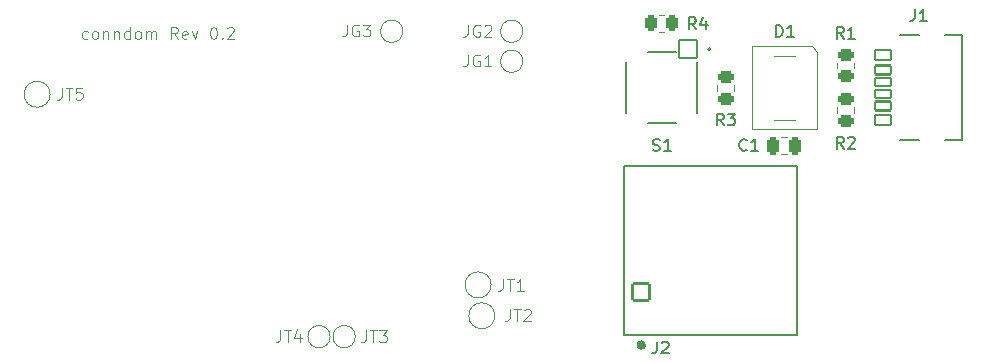
<source format=gto>
G04 #@! TF.GenerationSoftware,KiCad,Pcbnew,9.0.2*
G04 #@! TF.CreationDate,2025-06-21T10:43:41+02:00*
G04 #@! TF.ProjectId,conndom,636f6e6e-646f-46d2-9e6b-696361645f70,0.2*
G04 #@! TF.SameCoordinates,Original*
G04 #@! TF.FileFunction,Legend,Top*
G04 #@! TF.FilePolarity,Positive*
%FSLAX46Y46*%
G04 Gerber Fmt 4.6, Leading zero omitted, Abs format (unit mm)*
G04 Created by KiCad (PCBNEW 9.0.2) date 2025-06-21 10:43:41*
%MOMM*%
%LPD*%
G01*
G04 APERTURE LIST*
G04 Aperture macros list*
%AMRoundRect*
0 Rectangle with rounded corners*
0 $1 Rounding radius*
0 $2 $3 $4 $5 $6 $7 $8 $9 X,Y pos of 4 corners*
0 Add a 4 corners polygon primitive as box body*
4,1,4,$2,$3,$4,$5,$6,$7,$8,$9,$2,$3,0*
0 Add four circle primitives for the rounded corners*
1,1,$1+$1,$2,$3*
1,1,$1+$1,$4,$5*
1,1,$1+$1,$6,$7*
1,1,$1+$1,$8,$9*
0 Add four rect primitives between the rounded corners*
20,1,$1+$1,$2,$3,$4,$5,0*
20,1,$1+$1,$4,$5,$6,$7,0*
20,1,$1+$1,$6,$7,$8,$9,0*
20,1,$1+$1,$8,$9,$2,$3,0*%
G04 Aperture macros list end*
%ADD10C,0.100000*%
%ADD11C,0.150000*%
%ADD12C,0.120000*%
%ADD13C,0.127000*%
%ADD14C,0.400000*%
%ADD15C,0.200000*%
%ADD16RoundRect,0.250000X0.450000X-0.262500X0.450000X0.262500X-0.450000X0.262500X-0.450000X-0.262500X0*%
%ADD17RoundRect,0.250000X0.262500X0.450000X-0.262500X0.450000X-0.262500X-0.450000X0.262500X-0.450000X0*%
%ADD18RoundRect,0.102000X0.704000X-0.704000X0.704000X0.704000X-0.704000X0.704000X-0.704000X-0.704000X0*%
%ADD19C,1.612000*%
%ADD20C,3.520000*%
%ADD21C,1.700000*%
%ADD22C,2.000000*%
%ADD23RoundRect,0.102000X0.700000X-0.350000X0.700000X0.350000X-0.700000X0.350000X-0.700000X-0.350000X0*%
%ADD24RoundRect,0.102000X0.700000X-0.380000X0.700000X0.380000X-0.700000X0.380000X-0.700000X-0.380000X0*%
%ADD25RoundRect,0.102000X0.700000X-0.400000X0.700000X0.400000X-0.700000X0.400000X-0.700000X-0.400000X0*%
%ADD26O,1.804000X1.204000*%
%ADD27RoundRect,0.250000X0.250000X0.475000X-0.250000X0.475000X-0.250000X-0.475000X0.250000X-0.475000X0*%
%ADD28RoundRect,0.250000X-0.450000X0.262500X-0.450000X-0.262500X0.450000X-0.262500X0.450000X0.262500X0*%
%ADD29RoundRect,0.102000X-0.754000X0.754000X-0.754000X-0.754000X0.754000X-0.754000X0.754000X0.754000X0*%
%ADD30C,1.712000*%
%ADD31R,1.000000X1.500000*%
G04 APERTURE END LIST*
D10*
X112732455Y-82824800D02*
X112637217Y-82872419D01*
X112637217Y-82872419D02*
X112446741Y-82872419D01*
X112446741Y-82872419D02*
X112351503Y-82824800D01*
X112351503Y-82824800D02*
X112303884Y-82777180D01*
X112303884Y-82777180D02*
X112256265Y-82681942D01*
X112256265Y-82681942D02*
X112256265Y-82396228D01*
X112256265Y-82396228D02*
X112303884Y-82300990D01*
X112303884Y-82300990D02*
X112351503Y-82253371D01*
X112351503Y-82253371D02*
X112446741Y-82205752D01*
X112446741Y-82205752D02*
X112637217Y-82205752D01*
X112637217Y-82205752D02*
X112732455Y-82253371D01*
X113303884Y-82872419D02*
X113208646Y-82824800D01*
X113208646Y-82824800D02*
X113161027Y-82777180D01*
X113161027Y-82777180D02*
X113113408Y-82681942D01*
X113113408Y-82681942D02*
X113113408Y-82396228D01*
X113113408Y-82396228D02*
X113161027Y-82300990D01*
X113161027Y-82300990D02*
X113208646Y-82253371D01*
X113208646Y-82253371D02*
X113303884Y-82205752D01*
X113303884Y-82205752D02*
X113446741Y-82205752D01*
X113446741Y-82205752D02*
X113541979Y-82253371D01*
X113541979Y-82253371D02*
X113589598Y-82300990D01*
X113589598Y-82300990D02*
X113637217Y-82396228D01*
X113637217Y-82396228D02*
X113637217Y-82681942D01*
X113637217Y-82681942D02*
X113589598Y-82777180D01*
X113589598Y-82777180D02*
X113541979Y-82824800D01*
X113541979Y-82824800D02*
X113446741Y-82872419D01*
X113446741Y-82872419D02*
X113303884Y-82872419D01*
X114065789Y-82205752D02*
X114065789Y-82872419D01*
X114065789Y-82300990D02*
X114113408Y-82253371D01*
X114113408Y-82253371D02*
X114208646Y-82205752D01*
X114208646Y-82205752D02*
X114351503Y-82205752D01*
X114351503Y-82205752D02*
X114446741Y-82253371D01*
X114446741Y-82253371D02*
X114494360Y-82348609D01*
X114494360Y-82348609D02*
X114494360Y-82872419D01*
X114970551Y-82205752D02*
X114970551Y-82872419D01*
X114970551Y-82300990D02*
X115018170Y-82253371D01*
X115018170Y-82253371D02*
X115113408Y-82205752D01*
X115113408Y-82205752D02*
X115256265Y-82205752D01*
X115256265Y-82205752D02*
X115351503Y-82253371D01*
X115351503Y-82253371D02*
X115399122Y-82348609D01*
X115399122Y-82348609D02*
X115399122Y-82872419D01*
X116303884Y-82872419D02*
X116303884Y-81872419D01*
X116303884Y-82824800D02*
X116208646Y-82872419D01*
X116208646Y-82872419D02*
X116018170Y-82872419D01*
X116018170Y-82872419D02*
X115922932Y-82824800D01*
X115922932Y-82824800D02*
X115875313Y-82777180D01*
X115875313Y-82777180D02*
X115827694Y-82681942D01*
X115827694Y-82681942D02*
X115827694Y-82396228D01*
X115827694Y-82396228D02*
X115875313Y-82300990D01*
X115875313Y-82300990D02*
X115922932Y-82253371D01*
X115922932Y-82253371D02*
X116018170Y-82205752D01*
X116018170Y-82205752D02*
X116208646Y-82205752D01*
X116208646Y-82205752D02*
X116303884Y-82253371D01*
X116922932Y-82872419D02*
X116827694Y-82824800D01*
X116827694Y-82824800D02*
X116780075Y-82777180D01*
X116780075Y-82777180D02*
X116732456Y-82681942D01*
X116732456Y-82681942D02*
X116732456Y-82396228D01*
X116732456Y-82396228D02*
X116780075Y-82300990D01*
X116780075Y-82300990D02*
X116827694Y-82253371D01*
X116827694Y-82253371D02*
X116922932Y-82205752D01*
X116922932Y-82205752D02*
X117065789Y-82205752D01*
X117065789Y-82205752D02*
X117161027Y-82253371D01*
X117161027Y-82253371D02*
X117208646Y-82300990D01*
X117208646Y-82300990D02*
X117256265Y-82396228D01*
X117256265Y-82396228D02*
X117256265Y-82681942D01*
X117256265Y-82681942D02*
X117208646Y-82777180D01*
X117208646Y-82777180D02*
X117161027Y-82824800D01*
X117161027Y-82824800D02*
X117065789Y-82872419D01*
X117065789Y-82872419D02*
X116922932Y-82872419D01*
X117684837Y-82872419D02*
X117684837Y-82205752D01*
X117684837Y-82300990D02*
X117732456Y-82253371D01*
X117732456Y-82253371D02*
X117827694Y-82205752D01*
X117827694Y-82205752D02*
X117970551Y-82205752D01*
X117970551Y-82205752D02*
X118065789Y-82253371D01*
X118065789Y-82253371D02*
X118113408Y-82348609D01*
X118113408Y-82348609D02*
X118113408Y-82872419D01*
X118113408Y-82348609D02*
X118161027Y-82253371D01*
X118161027Y-82253371D02*
X118256265Y-82205752D01*
X118256265Y-82205752D02*
X118399122Y-82205752D01*
X118399122Y-82205752D02*
X118494361Y-82253371D01*
X118494361Y-82253371D02*
X118541980Y-82348609D01*
X118541980Y-82348609D02*
X118541980Y-82872419D01*
X120351503Y-82872419D02*
X120018170Y-82396228D01*
X119780075Y-82872419D02*
X119780075Y-81872419D01*
X119780075Y-81872419D02*
X120161027Y-81872419D01*
X120161027Y-81872419D02*
X120256265Y-81920038D01*
X120256265Y-81920038D02*
X120303884Y-81967657D01*
X120303884Y-81967657D02*
X120351503Y-82062895D01*
X120351503Y-82062895D02*
X120351503Y-82205752D01*
X120351503Y-82205752D02*
X120303884Y-82300990D01*
X120303884Y-82300990D02*
X120256265Y-82348609D01*
X120256265Y-82348609D02*
X120161027Y-82396228D01*
X120161027Y-82396228D02*
X119780075Y-82396228D01*
X121161027Y-82824800D02*
X121065789Y-82872419D01*
X121065789Y-82872419D02*
X120875313Y-82872419D01*
X120875313Y-82872419D02*
X120780075Y-82824800D01*
X120780075Y-82824800D02*
X120732456Y-82729561D01*
X120732456Y-82729561D02*
X120732456Y-82348609D01*
X120732456Y-82348609D02*
X120780075Y-82253371D01*
X120780075Y-82253371D02*
X120875313Y-82205752D01*
X120875313Y-82205752D02*
X121065789Y-82205752D01*
X121065789Y-82205752D02*
X121161027Y-82253371D01*
X121161027Y-82253371D02*
X121208646Y-82348609D01*
X121208646Y-82348609D02*
X121208646Y-82443847D01*
X121208646Y-82443847D02*
X120732456Y-82539085D01*
X121541980Y-82205752D02*
X121780075Y-82872419D01*
X121780075Y-82872419D02*
X122018170Y-82205752D01*
X123351504Y-81872419D02*
X123446742Y-81872419D01*
X123446742Y-81872419D02*
X123541980Y-81920038D01*
X123541980Y-81920038D02*
X123589599Y-81967657D01*
X123589599Y-81967657D02*
X123637218Y-82062895D01*
X123637218Y-82062895D02*
X123684837Y-82253371D01*
X123684837Y-82253371D02*
X123684837Y-82491466D01*
X123684837Y-82491466D02*
X123637218Y-82681942D01*
X123637218Y-82681942D02*
X123589599Y-82777180D01*
X123589599Y-82777180D02*
X123541980Y-82824800D01*
X123541980Y-82824800D02*
X123446742Y-82872419D01*
X123446742Y-82872419D02*
X123351504Y-82872419D01*
X123351504Y-82872419D02*
X123256266Y-82824800D01*
X123256266Y-82824800D02*
X123208647Y-82777180D01*
X123208647Y-82777180D02*
X123161028Y-82681942D01*
X123161028Y-82681942D02*
X123113409Y-82491466D01*
X123113409Y-82491466D02*
X123113409Y-82253371D01*
X123113409Y-82253371D02*
X123161028Y-82062895D01*
X123161028Y-82062895D02*
X123208647Y-81967657D01*
X123208647Y-81967657D02*
X123256266Y-81920038D01*
X123256266Y-81920038D02*
X123351504Y-81872419D01*
X124113409Y-82777180D02*
X124161028Y-82824800D01*
X124161028Y-82824800D02*
X124113409Y-82872419D01*
X124113409Y-82872419D02*
X124065790Y-82824800D01*
X124065790Y-82824800D02*
X124113409Y-82777180D01*
X124113409Y-82777180D02*
X124113409Y-82872419D01*
X124541980Y-81967657D02*
X124589599Y-81920038D01*
X124589599Y-81920038D02*
X124684837Y-81872419D01*
X124684837Y-81872419D02*
X124922932Y-81872419D01*
X124922932Y-81872419D02*
X125018170Y-81920038D01*
X125018170Y-81920038D02*
X125065789Y-81967657D01*
X125065789Y-81967657D02*
X125113408Y-82062895D01*
X125113408Y-82062895D02*
X125113408Y-82158133D01*
X125113408Y-82158133D02*
X125065789Y-82300990D01*
X125065789Y-82300990D02*
X124494361Y-82872419D01*
X124494361Y-82872419D02*
X125113408Y-82872419D01*
D11*
X176733333Y-82854819D02*
X176400000Y-82378628D01*
X176161905Y-82854819D02*
X176161905Y-81854819D01*
X176161905Y-81854819D02*
X176542857Y-81854819D01*
X176542857Y-81854819D02*
X176638095Y-81902438D01*
X176638095Y-81902438D02*
X176685714Y-81950057D01*
X176685714Y-81950057D02*
X176733333Y-82045295D01*
X176733333Y-82045295D02*
X176733333Y-82188152D01*
X176733333Y-82188152D02*
X176685714Y-82283390D01*
X176685714Y-82283390D02*
X176638095Y-82331009D01*
X176638095Y-82331009D02*
X176542857Y-82378628D01*
X176542857Y-82378628D02*
X176161905Y-82378628D01*
X177685714Y-82854819D02*
X177114286Y-82854819D01*
X177400000Y-82854819D02*
X177400000Y-81854819D01*
X177400000Y-81854819D02*
X177304762Y-81997676D01*
X177304762Y-81997676D02*
X177209524Y-82092914D01*
X177209524Y-82092914D02*
X177114286Y-82140533D01*
X164233333Y-82054819D02*
X163900000Y-81578628D01*
X163661905Y-82054819D02*
X163661905Y-81054819D01*
X163661905Y-81054819D02*
X164042857Y-81054819D01*
X164042857Y-81054819D02*
X164138095Y-81102438D01*
X164138095Y-81102438D02*
X164185714Y-81150057D01*
X164185714Y-81150057D02*
X164233333Y-81245295D01*
X164233333Y-81245295D02*
X164233333Y-81388152D01*
X164233333Y-81388152D02*
X164185714Y-81483390D01*
X164185714Y-81483390D02*
X164138095Y-81531009D01*
X164138095Y-81531009D02*
X164042857Y-81578628D01*
X164042857Y-81578628D02*
X163661905Y-81578628D01*
X165090476Y-81388152D02*
X165090476Y-82054819D01*
X164852381Y-81007200D02*
X164614286Y-81721485D01*
X164614286Y-81721485D02*
X165233333Y-81721485D01*
X160916170Y-108504019D02*
X160916170Y-109219368D01*
X160916170Y-109219368D02*
X160868481Y-109362438D01*
X160868481Y-109362438D02*
X160773101Y-109457818D01*
X160773101Y-109457818D02*
X160630031Y-109505507D01*
X160630031Y-109505507D02*
X160534651Y-109505507D01*
X161345379Y-108599399D02*
X161393069Y-108551709D01*
X161393069Y-108551709D02*
X161488449Y-108504019D01*
X161488449Y-108504019D02*
X161726898Y-108504019D01*
X161726898Y-108504019D02*
X161822278Y-108551709D01*
X161822278Y-108551709D02*
X161869968Y-108599399D01*
X161869968Y-108599399D02*
X161917658Y-108694779D01*
X161917658Y-108694779D02*
X161917658Y-108790159D01*
X161917658Y-108790159D02*
X161869968Y-108933229D01*
X161869968Y-108933229D02*
X161297689Y-109505507D01*
X161297689Y-109505507D02*
X161917658Y-109505507D01*
D10*
X136285714Y-107557419D02*
X136285714Y-108271704D01*
X136285714Y-108271704D02*
X136238095Y-108414561D01*
X136238095Y-108414561D02*
X136142857Y-108509800D01*
X136142857Y-108509800D02*
X136000000Y-108557419D01*
X136000000Y-108557419D02*
X135904762Y-108557419D01*
X136619048Y-107557419D02*
X137190476Y-107557419D01*
X136904762Y-108557419D02*
X136904762Y-107557419D01*
X137428572Y-107557419D02*
X138047619Y-107557419D01*
X138047619Y-107557419D02*
X137714286Y-107938371D01*
X137714286Y-107938371D02*
X137857143Y-107938371D01*
X137857143Y-107938371D02*
X137952381Y-107985990D01*
X137952381Y-107985990D02*
X138000000Y-108033609D01*
X138000000Y-108033609D02*
X138047619Y-108128847D01*
X138047619Y-108128847D02*
X138047619Y-108366942D01*
X138047619Y-108366942D02*
X138000000Y-108462180D01*
X138000000Y-108462180D02*
X137952381Y-108509800D01*
X137952381Y-108509800D02*
X137857143Y-108557419D01*
X137857143Y-108557419D02*
X137571429Y-108557419D01*
X137571429Y-108557419D02*
X137476191Y-108509800D01*
X137476191Y-108509800D02*
X137428572Y-108462180D01*
X144916666Y-84207419D02*
X144916666Y-84921704D01*
X144916666Y-84921704D02*
X144869047Y-85064561D01*
X144869047Y-85064561D02*
X144773809Y-85159800D01*
X144773809Y-85159800D02*
X144630952Y-85207419D01*
X144630952Y-85207419D02*
X144535714Y-85207419D01*
X145916666Y-84255038D02*
X145821428Y-84207419D01*
X145821428Y-84207419D02*
X145678571Y-84207419D01*
X145678571Y-84207419D02*
X145535714Y-84255038D01*
X145535714Y-84255038D02*
X145440476Y-84350276D01*
X145440476Y-84350276D02*
X145392857Y-84445514D01*
X145392857Y-84445514D02*
X145345238Y-84635990D01*
X145345238Y-84635990D02*
X145345238Y-84778847D01*
X145345238Y-84778847D02*
X145392857Y-84969323D01*
X145392857Y-84969323D02*
X145440476Y-85064561D01*
X145440476Y-85064561D02*
X145535714Y-85159800D01*
X145535714Y-85159800D02*
X145678571Y-85207419D01*
X145678571Y-85207419D02*
X145773809Y-85207419D01*
X145773809Y-85207419D02*
X145916666Y-85159800D01*
X145916666Y-85159800D02*
X145964285Y-85112180D01*
X145964285Y-85112180D02*
X145964285Y-84778847D01*
X145964285Y-84778847D02*
X145773809Y-84778847D01*
X146916666Y-85207419D02*
X146345238Y-85207419D01*
X146630952Y-85207419D02*
X146630952Y-84207419D01*
X146630952Y-84207419D02*
X146535714Y-84350276D01*
X146535714Y-84350276D02*
X146440476Y-84445514D01*
X146440476Y-84445514D02*
X146345238Y-84493133D01*
X110535714Y-87007419D02*
X110535714Y-87721704D01*
X110535714Y-87721704D02*
X110488095Y-87864561D01*
X110488095Y-87864561D02*
X110392857Y-87959800D01*
X110392857Y-87959800D02*
X110250000Y-88007419D01*
X110250000Y-88007419D02*
X110154762Y-88007419D01*
X110869048Y-87007419D02*
X111440476Y-87007419D01*
X111154762Y-88007419D02*
X111154762Y-87007419D01*
X112250000Y-87007419D02*
X111773810Y-87007419D01*
X111773810Y-87007419D02*
X111726191Y-87483609D01*
X111726191Y-87483609D02*
X111773810Y-87435990D01*
X111773810Y-87435990D02*
X111869048Y-87388371D01*
X111869048Y-87388371D02*
X112107143Y-87388371D01*
X112107143Y-87388371D02*
X112202381Y-87435990D01*
X112202381Y-87435990D02*
X112250000Y-87483609D01*
X112250000Y-87483609D02*
X112297619Y-87578847D01*
X112297619Y-87578847D02*
X112297619Y-87816942D01*
X112297619Y-87816942D02*
X112250000Y-87912180D01*
X112250000Y-87912180D02*
X112202381Y-87959800D01*
X112202381Y-87959800D02*
X112107143Y-88007419D01*
X112107143Y-88007419D02*
X111869048Y-88007419D01*
X111869048Y-88007419D02*
X111773810Y-87959800D01*
X111773810Y-87959800D02*
X111726191Y-87912180D01*
D11*
X182771666Y-80354819D02*
X182771666Y-81069104D01*
X182771666Y-81069104D02*
X182724047Y-81211961D01*
X182724047Y-81211961D02*
X182628809Y-81307200D01*
X182628809Y-81307200D02*
X182485952Y-81354819D01*
X182485952Y-81354819D02*
X182390714Y-81354819D01*
X183771666Y-81354819D02*
X183200238Y-81354819D01*
X183485952Y-81354819D02*
X183485952Y-80354819D01*
X183485952Y-80354819D02*
X183390714Y-80497676D01*
X183390714Y-80497676D02*
X183295476Y-80592914D01*
X183295476Y-80592914D02*
X183200238Y-80640533D01*
D10*
X134666666Y-81657419D02*
X134666666Y-82371704D01*
X134666666Y-82371704D02*
X134619047Y-82514561D01*
X134619047Y-82514561D02*
X134523809Y-82609800D01*
X134523809Y-82609800D02*
X134380952Y-82657419D01*
X134380952Y-82657419D02*
X134285714Y-82657419D01*
X135666666Y-81705038D02*
X135571428Y-81657419D01*
X135571428Y-81657419D02*
X135428571Y-81657419D01*
X135428571Y-81657419D02*
X135285714Y-81705038D01*
X135285714Y-81705038D02*
X135190476Y-81800276D01*
X135190476Y-81800276D02*
X135142857Y-81895514D01*
X135142857Y-81895514D02*
X135095238Y-82085990D01*
X135095238Y-82085990D02*
X135095238Y-82228847D01*
X135095238Y-82228847D02*
X135142857Y-82419323D01*
X135142857Y-82419323D02*
X135190476Y-82514561D01*
X135190476Y-82514561D02*
X135285714Y-82609800D01*
X135285714Y-82609800D02*
X135428571Y-82657419D01*
X135428571Y-82657419D02*
X135523809Y-82657419D01*
X135523809Y-82657419D02*
X135666666Y-82609800D01*
X135666666Y-82609800D02*
X135714285Y-82562180D01*
X135714285Y-82562180D02*
X135714285Y-82228847D01*
X135714285Y-82228847D02*
X135523809Y-82228847D01*
X136047619Y-81657419D02*
X136666666Y-81657419D01*
X136666666Y-81657419D02*
X136333333Y-82038371D01*
X136333333Y-82038371D02*
X136476190Y-82038371D01*
X136476190Y-82038371D02*
X136571428Y-82085990D01*
X136571428Y-82085990D02*
X136619047Y-82133609D01*
X136619047Y-82133609D02*
X136666666Y-82228847D01*
X136666666Y-82228847D02*
X136666666Y-82466942D01*
X136666666Y-82466942D02*
X136619047Y-82562180D01*
X136619047Y-82562180D02*
X136571428Y-82609800D01*
X136571428Y-82609800D02*
X136476190Y-82657419D01*
X136476190Y-82657419D02*
X136190476Y-82657419D01*
X136190476Y-82657419D02*
X136095238Y-82609800D01*
X136095238Y-82609800D02*
X136047619Y-82562180D01*
X148485714Y-105757419D02*
X148485714Y-106471704D01*
X148485714Y-106471704D02*
X148438095Y-106614561D01*
X148438095Y-106614561D02*
X148342857Y-106709800D01*
X148342857Y-106709800D02*
X148200000Y-106757419D01*
X148200000Y-106757419D02*
X148104762Y-106757419D01*
X148819048Y-105757419D02*
X149390476Y-105757419D01*
X149104762Y-106757419D02*
X149104762Y-105757419D01*
X149676191Y-105852657D02*
X149723810Y-105805038D01*
X149723810Y-105805038D02*
X149819048Y-105757419D01*
X149819048Y-105757419D02*
X150057143Y-105757419D01*
X150057143Y-105757419D02*
X150152381Y-105805038D01*
X150152381Y-105805038D02*
X150200000Y-105852657D01*
X150200000Y-105852657D02*
X150247619Y-105947895D01*
X150247619Y-105947895D02*
X150247619Y-106043133D01*
X150247619Y-106043133D02*
X150200000Y-106185990D01*
X150200000Y-106185990D02*
X149628572Y-106757419D01*
X149628572Y-106757419D02*
X150247619Y-106757419D01*
X144916666Y-81687419D02*
X144916666Y-82401704D01*
X144916666Y-82401704D02*
X144869047Y-82544561D01*
X144869047Y-82544561D02*
X144773809Y-82639800D01*
X144773809Y-82639800D02*
X144630952Y-82687419D01*
X144630952Y-82687419D02*
X144535714Y-82687419D01*
X145916666Y-81735038D02*
X145821428Y-81687419D01*
X145821428Y-81687419D02*
X145678571Y-81687419D01*
X145678571Y-81687419D02*
X145535714Y-81735038D01*
X145535714Y-81735038D02*
X145440476Y-81830276D01*
X145440476Y-81830276D02*
X145392857Y-81925514D01*
X145392857Y-81925514D02*
X145345238Y-82115990D01*
X145345238Y-82115990D02*
X145345238Y-82258847D01*
X145345238Y-82258847D02*
X145392857Y-82449323D01*
X145392857Y-82449323D02*
X145440476Y-82544561D01*
X145440476Y-82544561D02*
X145535714Y-82639800D01*
X145535714Y-82639800D02*
X145678571Y-82687419D01*
X145678571Y-82687419D02*
X145773809Y-82687419D01*
X145773809Y-82687419D02*
X145916666Y-82639800D01*
X145916666Y-82639800D02*
X145964285Y-82592180D01*
X145964285Y-82592180D02*
X145964285Y-82258847D01*
X145964285Y-82258847D02*
X145773809Y-82258847D01*
X146345238Y-81782657D02*
X146392857Y-81735038D01*
X146392857Y-81735038D02*
X146488095Y-81687419D01*
X146488095Y-81687419D02*
X146726190Y-81687419D01*
X146726190Y-81687419D02*
X146821428Y-81735038D01*
X146821428Y-81735038D02*
X146869047Y-81782657D01*
X146869047Y-81782657D02*
X146916666Y-81877895D01*
X146916666Y-81877895D02*
X146916666Y-81973133D01*
X146916666Y-81973133D02*
X146869047Y-82115990D01*
X146869047Y-82115990D02*
X146297619Y-82687419D01*
X146297619Y-82687419D02*
X146916666Y-82687419D01*
D11*
X168533333Y-92259580D02*
X168485714Y-92307200D01*
X168485714Y-92307200D02*
X168342857Y-92354819D01*
X168342857Y-92354819D02*
X168247619Y-92354819D01*
X168247619Y-92354819D02*
X168104762Y-92307200D01*
X168104762Y-92307200D02*
X168009524Y-92211961D01*
X168009524Y-92211961D02*
X167961905Y-92116723D01*
X167961905Y-92116723D02*
X167914286Y-91926247D01*
X167914286Y-91926247D02*
X167914286Y-91783390D01*
X167914286Y-91783390D02*
X167961905Y-91592914D01*
X167961905Y-91592914D02*
X168009524Y-91497676D01*
X168009524Y-91497676D02*
X168104762Y-91402438D01*
X168104762Y-91402438D02*
X168247619Y-91354819D01*
X168247619Y-91354819D02*
X168342857Y-91354819D01*
X168342857Y-91354819D02*
X168485714Y-91402438D01*
X168485714Y-91402438D02*
X168533333Y-91450057D01*
X169485714Y-92354819D02*
X168914286Y-92354819D01*
X169200000Y-92354819D02*
X169200000Y-91354819D01*
X169200000Y-91354819D02*
X169104762Y-91497676D01*
X169104762Y-91497676D02*
X169009524Y-91592914D01*
X169009524Y-91592914D02*
X168914286Y-91640533D01*
D10*
X147885714Y-103207419D02*
X147885714Y-103921704D01*
X147885714Y-103921704D02*
X147838095Y-104064561D01*
X147838095Y-104064561D02*
X147742857Y-104159800D01*
X147742857Y-104159800D02*
X147600000Y-104207419D01*
X147600000Y-104207419D02*
X147504762Y-104207419D01*
X148219048Y-103207419D02*
X148790476Y-103207419D01*
X148504762Y-104207419D02*
X148504762Y-103207419D01*
X149647619Y-104207419D02*
X149076191Y-104207419D01*
X149361905Y-104207419D02*
X149361905Y-103207419D01*
X149361905Y-103207419D02*
X149266667Y-103350276D01*
X149266667Y-103350276D02*
X149171429Y-103445514D01*
X149171429Y-103445514D02*
X149076191Y-103493133D01*
D11*
X176733333Y-92154819D02*
X176400000Y-91678628D01*
X176161905Y-92154819D02*
X176161905Y-91154819D01*
X176161905Y-91154819D02*
X176542857Y-91154819D01*
X176542857Y-91154819D02*
X176638095Y-91202438D01*
X176638095Y-91202438D02*
X176685714Y-91250057D01*
X176685714Y-91250057D02*
X176733333Y-91345295D01*
X176733333Y-91345295D02*
X176733333Y-91488152D01*
X176733333Y-91488152D02*
X176685714Y-91583390D01*
X176685714Y-91583390D02*
X176638095Y-91631009D01*
X176638095Y-91631009D02*
X176542857Y-91678628D01*
X176542857Y-91678628D02*
X176161905Y-91678628D01*
X177114286Y-91250057D02*
X177161905Y-91202438D01*
X177161905Y-91202438D02*
X177257143Y-91154819D01*
X177257143Y-91154819D02*
X177495238Y-91154819D01*
X177495238Y-91154819D02*
X177590476Y-91202438D01*
X177590476Y-91202438D02*
X177638095Y-91250057D01*
X177638095Y-91250057D02*
X177685714Y-91345295D01*
X177685714Y-91345295D02*
X177685714Y-91440533D01*
X177685714Y-91440533D02*
X177638095Y-91583390D01*
X177638095Y-91583390D02*
X177066667Y-92154819D01*
X177066667Y-92154819D02*
X177685714Y-92154819D01*
X160588095Y-92307200D02*
X160730952Y-92354819D01*
X160730952Y-92354819D02*
X160969047Y-92354819D01*
X160969047Y-92354819D02*
X161064285Y-92307200D01*
X161064285Y-92307200D02*
X161111904Y-92259580D01*
X161111904Y-92259580D02*
X161159523Y-92164342D01*
X161159523Y-92164342D02*
X161159523Y-92069104D01*
X161159523Y-92069104D02*
X161111904Y-91973866D01*
X161111904Y-91973866D02*
X161064285Y-91926247D01*
X161064285Y-91926247D02*
X160969047Y-91878628D01*
X160969047Y-91878628D02*
X160778571Y-91831009D01*
X160778571Y-91831009D02*
X160683333Y-91783390D01*
X160683333Y-91783390D02*
X160635714Y-91735771D01*
X160635714Y-91735771D02*
X160588095Y-91640533D01*
X160588095Y-91640533D02*
X160588095Y-91545295D01*
X160588095Y-91545295D02*
X160635714Y-91450057D01*
X160635714Y-91450057D02*
X160683333Y-91402438D01*
X160683333Y-91402438D02*
X160778571Y-91354819D01*
X160778571Y-91354819D02*
X161016666Y-91354819D01*
X161016666Y-91354819D02*
X161159523Y-91402438D01*
X162111904Y-92354819D02*
X161540476Y-92354819D01*
X161826190Y-92354819D02*
X161826190Y-91354819D01*
X161826190Y-91354819D02*
X161730952Y-91497676D01*
X161730952Y-91497676D02*
X161635714Y-91592914D01*
X161635714Y-91592914D02*
X161540476Y-91640533D01*
D10*
X129035714Y-107507419D02*
X129035714Y-108221704D01*
X129035714Y-108221704D02*
X128988095Y-108364561D01*
X128988095Y-108364561D02*
X128892857Y-108459800D01*
X128892857Y-108459800D02*
X128750000Y-108507419D01*
X128750000Y-108507419D02*
X128654762Y-108507419D01*
X129369048Y-107507419D02*
X129940476Y-107507419D01*
X129654762Y-108507419D02*
X129654762Y-107507419D01*
X130702381Y-107840752D02*
X130702381Y-108507419D01*
X130464286Y-107459800D02*
X130226191Y-108174085D01*
X130226191Y-108174085D02*
X130845238Y-108174085D01*
D11*
X166583333Y-90204819D02*
X166250000Y-89728628D01*
X166011905Y-90204819D02*
X166011905Y-89204819D01*
X166011905Y-89204819D02*
X166392857Y-89204819D01*
X166392857Y-89204819D02*
X166488095Y-89252438D01*
X166488095Y-89252438D02*
X166535714Y-89300057D01*
X166535714Y-89300057D02*
X166583333Y-89395295D01*
X166583333Y-89395295D02*
X166583333Y-89538152D01*
X166583333Y-89538152D02*
X166535714Y-89633390D01*
X166535714Y-89633390D02*
X166488095Y-89681009D01*
X166488095Y-89681009D02*
X166392857Y-89728628D01*
X166392857Y-89728628D02*
X166011905Y-89728628D01*
X166916667Y-89204819D02*
X167535714Y-89204819D01*
X167535714Y-89204819D02*
X167202381Y-89585771D01*
X167202381Y-89585771D02*
X167345238Y-89585771D01*
X167345238Y-89585771D02*
X167440476Y-89633390D01*
X167440476Y-89633390D02*
X167488095Y-89681009D01*
X167488095Y-89681009D02*
X167535714Y-89776247D01*
X167535714Y-89776247D02*
X167535714Y-90014342D01*
X167535714Y-90014342D02*
X167488095Y-90109580D01*
X167488095Y-90109580D02*
X167440476Y-90157200D01*
X167440476Y-90157200D02*
X167345238Y-90204819D01*
X167345238Y-90204819D02*
X167059524Y-90204819D01*
X167059524Y-90204819D02*
X166964286Y-90157200D01*
X166964286Y-90157200D02*
X166916667Y-90109580D01*
X171006405Y-82704819D02*
X171006405Y-81704819D01*
X171006405Y-81704819D02*
X171244500Y-81704819D01*
X171244500Y-81704819D02*
X171387357Y-81752438D01*
X171387357Y-81752438D02*
X171482595Y-81847676D01*
X171482595Y-81847676D02*
X171530214Y-81942914D01*
X171530214Y-81942914D02*
X171577833Y-82133390D01*
X171577833Y-82133390D02*
X171577833Y-82276247D01*
X171577833Y-82276247D02*
X171530214Y-82466723D01*
X171530214Y-82466723D02*
X171482595Y-82561961D01*
X171482595Y-82561961D02*
X171387357Y-82657200D01*
X171387357Y-82657200D02*
X171244500Y-82704819D01*
X171244500Y-82704819D02*
X171006405Y-82704819D01*
X172530214Y-82704819D02*
X171958786Y-82704819D01*
X172244500Y-82704819D02*
X172244500Y-81704819D01*
X172244500Y-81704819D02*
X172149262Y-81847676D01*
X172149262Y-81847676D02*
X172054024Y-81942914D01*
X172054024Y-81942914D02*
X171958786Y-81990533D01*
D12*
X176165000Y-85339564D02*
X176165000Y-84885436D01*
X177635000Y-85339564D02*
X177635000Y-84885436D01*
X161527064Y-80815000D02*
X161072936Y-80815000D01*
X161527064Y-82285000D02*
X161072936Y-82285000D01*
D13*
X158170000Y-93650000D02*
X172770000Y-93650000D01*
X158170000Y-107950000D02*
X158170000Y-93650000D01*
X172770000Y-93650000D02*
X172770000Y-107950000D01*
X172770000Y-107950000D02*
X158170000Y-107950000D01*
D14*
X159800000Y-108800000D02*
G75*
G02*
X159400000Y-108800000I-200000J0D01*
G01*
X159400000Y-108800000D02*
G75*
G02*
X159800000Y-108800000I200000J0D01*
G01*
D10*
X135393398Y-108080000D02*
G75*
G02*
X133506602Y-108080000I-943398J0D01*
G01*
X133506602Y-108080000D02*
G75*
G02*
X135393398Y-108080000I943398J0D01*
G01*
X149573398Y-84770000D02*
G75*
G02*
X147686602Y-84770000I-943398J0D01*
G01*
X147686602Y-84770000D02*
G75*
G02*
X149573398Y-84770000I943398J0D01*
G01*
X109550000Y-87560000D02*
G75*
G02*
X107350000Y-87560000I-1100000J0D01*
G01*
X107350000Y-87560000D02*
G75*
G02*
X109550000Y-87560000I1100000J0D01*
G01*
D13*
X181520000Y-82530000D02*
X183080000Y-82530000D01*
X181520000Y-91470000D02*
X183080000Y-91470000D01*
X185320000Y-91470000D02*
X186800000Y-91470000D01*
X186800000Y-82530000D02*
X185320000Y-82530000D01*
X186800000Y-91470000D02*
X186800000Y-82530000D01*
D10*
X139413398Y-82230000D02*
G75*
G02*
X137526602Y-82230000I-943398J0D01*
G01*
X137526602Y-82230000D02*
G75*
G02*
X139413398Y-82230000I943398J0D01*
G01*
X147200000Y-106310000D02*
G75*
G02*
X145000000Y-106310000I-1100000J0D01*
G01*
X145000000Y-106310000D02*
G75*
G02*
X147200000Y-106310000I1100000J0D01*
G01*
X149573398Y-82230000D02*
G75*
G02*
X147686602Y-82230000I-943398J0D01*
G01*
X147686602Y-82230000D02*
G75*
G02*
X149573398Y-82230000I943398J0D01*
G01*
D12*
X171961252Y-91165000D02*
X171438748Y-91165000D01*
X171961252Y-92635000D02*
X171438748Y-92635000D01*
D10*
X146890000Y-103700000D02*
G75*
G02*
X144690000Y-103700000I-1100000J0D01*
G01*
X144690000Y-103700000D02*
G75*
G02*
X146890000Y-103700000I1100000J0D01*
G01*
D12*
X176165000Y-88660436D02*
X176165000Y-89114564D01*
X177635000Y-88660436D02*
X177635000Y-89114564D01*
D13*
X158350000Y-84824000D02*
X158350000Y-89176000D01*
X162526000Y-84000000D02*
X160174000Y-84000000D01*
X162526000Y-90000000D02*
X160174000Y-90000000D01*
X164350000Y-84824000D02*
X164350000Y-89176000D01*
D15*
X165454000Y-83750000D02*
G75*
G02*
X165254000Y-83750000I-100000J0D01*
G01*
X165254000Y-83750000D02*
G75*
G02*
X165454000Y-83750000I100000J0D01*
G01*
D10*
X133263398Y-108080000D02*
G75*
G02*
X131376602Y-108080000I-943398J0D01*
G01*
X131376602Y-108080000D02*
G75*
G02*
X133263398Y-108080000I943398J0D01*
G01*
D12*
X166015000Y-86810436D02*
X166015000Y-87264564D01*
X167485000Y-86810436D02*
X167485000Y-87264564D01*
X168994500Y-90500000D02*
X168994500Y-83500000D01*
X168994500Y-90500000D02*
X174494500Y-90500000D01*
X172644500Y-84300000D02*
X170844500Y-84300000D01*
X172644500Y-89700000D02*
X170844500Y-89700000D01*
X174044500Y-83500000D02*
X168994500Y-83500000D01*
X174494500Y-83950000D02*
X174044500Y-83500000D01*
X174494500Y-90500000D02*
X174494500Y-83950000D01*
%LPC*%
D16*
X176900000Y-86025000D03*
X176900000Y-84200000D03*
D17*
X162212500Y-81550000D03*
X160387500Y-81550000D03*
D18*
X159600000Y-104300000D03*
D19*
X159600000Y-101800000D03*
X159600000Y-99800000D03*
X159600000Y-97300000D03*
D20*
X162270000Y-105800000D03*
X162270000Y-95800000D03*
D21*
X134450000Y-108080000D03*
X148630000Y-84770000D03*
D22*
X108450000Y-87560000D03*
D23*
X180110000Y-87500000D03*
D24*
X180110000Y-85480000D03*
D25*
X180110000Y-84250000D03*
D23*
X180110000Y-86500000D03*
D24*
X180110000Y-88520000D03*
D25*
X180110000Y-89750000D03*
D26*
X180400000Y-91320000D03*
X184200000Y-91320000D03*
X180400000Y-82680000D03*
X184200000Y-82680000D03*
D21*
X138470000Y-82230000D03*
D22*
X146100000Y-106310000D03*
D21*
X148630000Y-82230000D03*
D27*
X172650000Y-91900000D03*
X170750000Y-91900000D03*
D22*
X145790000Y-103700000D03*
D28*
X176900000Y-87975000D03*
X176900000Y-89800000D03*
D29*
X163600000Y-83750000D03*
D30*
X163600000Y-90250000D03*
X159100000Y-83750000D03*
X159100000Y-90250000D03*
D21*
X132320000Y-108080000D03*
D28*
X166750000Y-86125000D03*
X166750000Y-87950000D03*
D31*
X173344500Y-84550000D03*
X170144500Y-84550000D03*
X170144500Y-89450000D03*
X173344500Y-89450000D03*
%LPD*%
M02*

</source>
